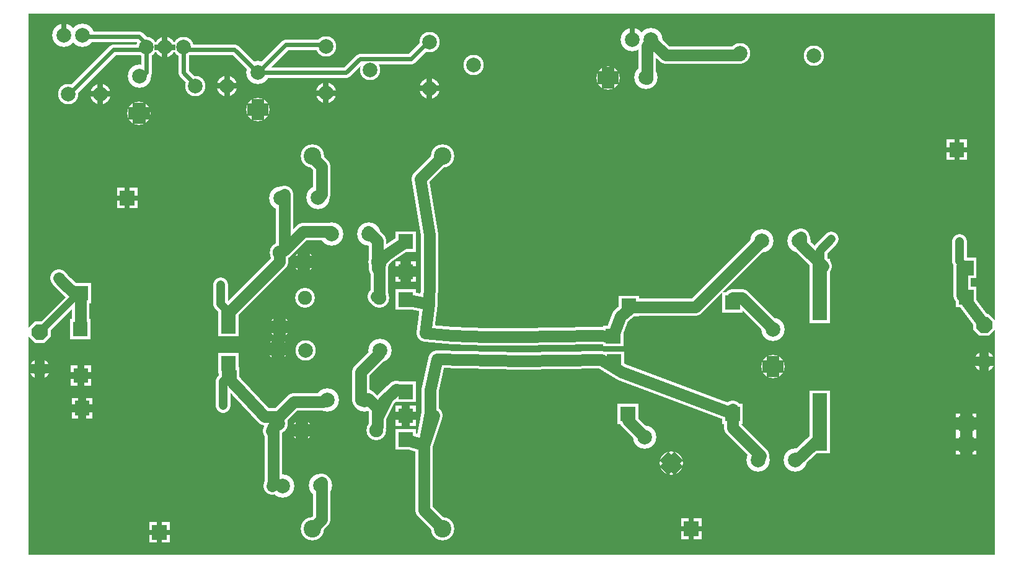
<source format=gbr>
%FSLAX34Y34*%
%MOMM*%
%LNCOPPER_BOTTOM*%
G71*
G01*
%ADD10C,2.800*%
%ADD11C,3.200*%
%ADD12C,2.400*%
%ADD13C,3.200*%
%ADD14C,2.800*%
%ADD15C,1.400*%
%ADD16C,1.800*%
%ADD17C,2.000*%
%ADD18C,2.700*%
%ADD19C,1.800*%
%ADD20C,1.447*%
%ADD21C,1.153*%
%ADD22C,0.667*%
%ADD23C,0.813*%
%ADD24C,0.767*%
%ADD25C,1.713*%
%ADD26C,1.093*%
%ADD27C,0.973*%
%ADD28C,1.280*%
%ADD29C,2.000*%
%ADD30C,1.600*%
%ADD31C,2.400*%
%ADD32C,0.144*%
%ADD33C,2.000*%
%ADD34C,0.600*%
%ADD35C,4.300*%
%ADD36C,1.000*%
%ADD37C,1.200*%
%ADD38C,1.900*%
%ADD39C,1.000*%
%LPD*%
G36*
X-599281Y365919D02*
X720719Y365919D01*
X720719Y-374081D01*
X-599281Y-374081D01*
X-599281Y365919D01*
G37*
%LPC*%
X-192662Y320670D02*
G54D10*
D03*
X-192662Y257170D02*
G54D10*
D03*
X-132337Y288920D02*
G54D10*
D03*
G36*
X-97650Y26700D02*
X-69650Y26700D01*
X-69650Y-1300D01*
X-97650Y-1300D01*
X-97650Y26700D01*
G37*
G36*
X-97650Y-11400D02*
X-69650Y-11400D01*
X-69650Y-39400D01*
X-97650Y-39400D01*
X-97650Y-11400D01*
G37*
G36*
X-97650Y67975D02*
X-69650Y67975D01*
X-69650Y39975D01*
X-97650Y39975D01*
X-97650Y67975D01*
G37*
G36*
X-97650Y-170150D02*
X-69650Y-170150D01*
X-69650Y-198150D01*
X-97650Y-198150D01*
X-97650Y-170150D01*
G37*
G36*
X-97650Y-202693D02*
X-69650Y-202693D01*
X-69650Y-230693D01*
X-97650Y-230693D01*
X-97650Y-202693D01*
G37*
G36*
X-97650Y-137606D02*
X-69650Y-137606D01*
X-69650Y-165606D01*
X-97650Y-165606D01*
X-97650Y-137606D01*
G37*
X-550735Y335664D02*
G54D11*
D03*
X-525235Y335664D02*
G54D11*
D03*
X-192662Y257170D02*
G54D10*
D03*
G54D12*
X226182Y-34106D02*
X210038Y-48294D01*
X199719Y-75406D01*
X173525Y-74487D01*
X71926Y-76075D01*
X25889Y-76075D01*
X-20150Y-74487D01*
X-56687Y-71350D01*
X-51900Y-31450D01*
X-83650Y-25400D01*
G54D12*
X362706Y-181744D02*
X211626Y-124494D01*
X183350Y-107475D01*
X73513Y-109537D01*
X-41200Y-107237D01*
X-50200Y-148850D01*
X-50200Y-180850D01*
X-59044Y-224630D01*
X-45550Y-184150D01*
X-438112Y319845D02*
G54D10*
D03*
X-412712Y319845D02*
G54D10*
D03*
X-387312Y319845D02*
G54D10*
D03*
X-447725Y280364D02*
G54D11*
D03*
X-447837Y229383D02*
G54D11*
D03*
X-412712Y319845D02*
G54D10*
D03*
X-447837Y229383D02*
G54D10*
D03*
X-447837Y229383D02*
G54D10*
D03*
G36*
X207182Y-20106D02*
X235182Y-20106D01*
X235182Y-48106D01*
X207182Y-48106D01*
X207182Y-20106D01*
G37*
G36*
X205832Y-167744D02*
X233832Y-167744D01*
X233832Y-195744D01*
X205832Y-195744D01*
X205832Y-167744D01*
G37*
G36*
X348706Y-15344D02*
X376706Y-15344D01*
X376706Y-43344D01*
X348706Y-43344D01*
X348706Y-15344D01*
G37*
X-133855Y64545D02*
G54D11*
D03*
X-184835Y64433D02*
G54D11*
D03*
X-140204Y-162467D02*
G54D11*
D03*
X-191185Y-162580D02*
G54D11*
D03*
X-203704Y113758D02*
G54D11*
D03*
X-254685Y113645D02*
G54D11*
D03*
X-211442Y170781D02*
G54D13*
D03*
X-33642Y170781D02*
G54D13*
D03*
X-200529Y-279942D02*
G54D11*
D03*
X-251510Y-280055D02*
G54D11*
D03*
X-211444Y-338930D02*
G54D13*
D03*
X-33644Y-338930D02*
G54D13*
D03*
X453521Y55020D02*
G54D11*
D03*
X402540Y54908D02*
G54D11*
D03*
G36*
X467982Y30194D02*
X495982Y30194D01*
X495982Y2194D01*
X467982Y2194D01*
X467982Y30194D01*
G37*
G36*
X668006Y31782D02*
X696006Y31782D01*
X696006Y3782D01*
X668006Y3782D01*
X668006Y31782D01*
G37*
X682006Y-223518D02*
G54D14*
D03*
X242894Y-213328D02*
G54D11*
D03*
X279022Y-249297D02*
G54D11*
D03*
X279022Y-249297D02*
G54D10*
D03*
G54D12*
X-133854Y64546D02*
X-135244Y67470D01*
X-122544Y54770D01*
X-122544Y16670D01*
X-118844Y22744D01*
G54D12*
X-253820Y40818D02*
X-249544Y42070D01*
X-224144Y67470D01*
X-186044Y67470D01*
X-184836Y64434D01*
G54D12*
X-254684Y113646D02*
X-249544Y118270D01*
X-249544Y42070D01*
X-253820Y40818D01*
G54D12*
X-211442Y170782D02*
X-211444Y169070D01*
X-198744Y156370D01*
X-198744Y118270D01*
X-203704Y113758D01*
G54D12*
X-266510Y-280054D02*
X-264544Y-275430D01*
X-264544Y-199230D01*
X-267282Y-205294D01*
G54D12*
X-140204Y-162468D02*
X-135244Y-161130D01*
X-122544Y-173830D01*
X-122544Y-199230D01*
X-123606Y-204268D01*
G54D12*
X-123606Y-204268D02*
X-122544Y-199230D01*
X-122544Y-186530D01*
X-109844Y-161130D01*
X-114300Y-165100D01*
X-97144Y-148430D01*
X-83650Y-151606D01*
X-83650Y-152400D01*
G54D12*
X-32056Y-338806D02*
X-33644Y-338930D01*
X-59044Y-313530D01*
X-59044Y-224630D01*
X-83650Y-216694D01*
G54D12*
X-209856Y-338806D02*
X-211444Y-338930D01*
X-198744Y-326230D01*
X-198744Y-275430D01*
X-200530Y-279942D01*
G54D12*
X-118844Y29888D02*
X-122544Y23814D01*
X-109844Y36514D01*
X-83650Y53975D01*
G36*
X348706Y-167744D02*
X376706Y-167744D01*
X376706Y-195744D01*
X348706Y-195744D01*
X348706Y-167744D01*
G37*
X448758Y-245017D02*
G54D11*
D03*
X397778Y-245130D02*
G54D11*
D03*
X418109Y-66040D02*
G54D11*
D03*
X418221Y-117020D02*
G54D11*
D03*
X418221Y-117020D02*
G54D10*
D03*
X418221Y-117020D02*
G54D10*
D03*
G54D12*
X402540Y54908D02*
X401332Y53182D01*
X312432Y-35718D01*
X223532Y-35718D01*
X226182Y-34106D01*
G54D12*
X418108Y-66040D02*
X414032Y-61118D01*
X375932Y-23018D01*
X363232Y-23018D01*
X362706Y-29344D01*
G36*
X467982Y-207930D02*
X495982Y-207930D01*
X495982Y-235930D01*
X467982Y-235930D01*
X467982Y-207930D01*
G37*
G36*
X696006Y-237518D02*
X668006Y-237518D01*
X668006Y-209518D01*
X696006Y-209518D01*
X696006Y-237518D01*
G37*
G54D12*
X397778Y-245130D02*
X401332Y-238918D01*
X363232Y-200818D01*
X363232Y-175418D01*
X362706Y-181744D01*
X-500774Y255798D02*
G54D10*
D03*
X-544605Y255798D02*
G54D10*
D03*
X-500774Y255798D02*
G54D10*
D03*
X-327737Y266910D02*
G54D10*
D03*
X-371568Y266910D02*
G54D10*
D03*
X-327737Y266910D02*
G54D10*
D03*
X-285800Y285126D02*
G54D11*
D03*
X-285912Y234145D02*
G54D11*
D03*
X-285912Y234145D02*
G54D10*
D03*
X-285912Y234145D02*
G54D10*
D03*
X-51374Y327020D02*
G54D10*
D03*
X-51374Y263520D02*
G54D10*
D03*
X8951Y295270D02*
G54D10*
D03*
X-51374Y263520D02*
G54D10*
D03*
X-258179Y-194527D02*
G54D10*
D03*
X-118844Y-94730D02*
G54D11*
D03*
G54D15*
X-544605Y255798D02*
X-546406Y253206D01*
X-482906Y316706D01*
X-438456Y316706D01*
X-438112Y319846D01*
G54D15*
X-447725Y280364D02*
X-444806Y278606D01*
X-438456Y284956D01*
X-438456Y316706D01*
X-438112Y319846D01*
G54D15*
X-371568Y266910D02*
X-368606Y265906D01*
X-387656Y284956D01*
X-387656Y316706D01*
X-387312Y319846D01*
G54D15*
X-285800Y285126D02*
X-286056Y284956D01*
X-317806Y316706D01*
X-387656Y316706D01*
X-387312Y319846D01*
G54D15*
X-285800Y285126D02*
X-286056Y284956D01*
X-247956Y323056D01*
X-190806Y323056D01*
X-192662Y320670D01*
G54D15*
X-51374Y327020D02*
X-51106Y329406D01*
X-76506Y304006D01*
X-146356Y304006D01*
X-165406Y284956D01*
X-286056Y284956D01*
X-285800Y285126D01*
G54D12*
X-123606Y-21706D02*
X-119368Y-23018D01*
X-119368Y27782D01*
X-118844Y22744D01*
G54D12*
X-118844Y-94730D02*
X-119368Y-99218D01*
X-144768Y-124618D01*
X-144768Y-162718D01*
X-140204Y-162468D01*
X243971Y278064D02*
G54D11*
D03*
X192990Y277952D02*
G54D11*
D03*
X192990Y277952D02*
G54D10*
D03*
X473684Y308422D02*
G54D10*
D03*
X372756Y311150D02*
G54D10*
D03*
G54D12*
X250952Y330108D02*
X252106Y327818D01*
X245756Y321468D01*
X245756Y277018D01*
X243970Y278064D01*
G54D12*
X250952Y330108D02*
X252106Y327818D01*
X271156Y308768D01*
X372756Y308768D01*
X372756Y311150D01*
G36*
X-541356Y-2669D02*
X-513356Y-2669D01*
X-513356Y-30669D01*
X-541356Y-30669D01*
X-541356Y-2669D01*
G37*
G36*
X-539768Y-159831D02*
X-511768Y-159831D01*
X-511768Y-187831D01*
X-539768Y-187831D01*
X-539768Y-159831D01*
G37*
G36*
X-339744Y-28863D02*
X-311744Y-28863D01*
X-311744Y-56863D01*
X-339744Y-56863D01*
X-339744Y-28863D01*
G37*
G36*
X-338831Y-117763D02*
X-310831Y-117763D01*
X-310831Y-145763D01*
X-338831Y-145763D01*
X-338831Y-117763D01*
G37*
G54D12*
X-325744Y-42862D02*
X-325744Y-43656D01*
X-255894Y26194D01*
X-255894Y38894D01*
X-253820Y40818D01*
G36*
X-542150Y-51882D02*
X-514150Y-51882D01*
X-514150Y-79882D01*
X-542150Y-79882D01*
X-542150Y-51882D01*
G37*
G36*
X-541356Y-115381D02*
X-513356Y-115381D01*
X-513356Y-143381D01*
X-541356Y-143381D01*
X-541356Y-115381D01*
G37*
G54D12*
X-528150Y-65882D02*
X-528150Y-17463D01*
X-527356Y-16669D01*
G36*
X668006Y-7906D02*
X696006Y-7906D01*
X696006Y-35906D01*
X668006Y-35906D01*
X668006Y-7906D01*
G37*
G36*
X696006Y-208943D02*
X668006Y-208943D01*
X668006Y-180943D01*
X696006Y-180943D01*
X696006Y-208943D01*
G37*
G36*
X-434023Y-329813D02*
X-406023Y-329813D01*
X-406023Y-357813D01*
X-434023Y-357813D01*
X-434023Y-329813D01*
G37*
G36*
X655064Y193600D02*
X683064Y193600D01*
X683064Y165600D01*
X655064Y165600D01*
X655064Y193600D01*
G37*
G36*
X292414Y-324813D02*
X320414Y-324813D01*
X320414Y-352813D01*
X292414Y-352813D01*
X292414Y-324813D01*
G37*
G36*
X-478036Y127500D02*
X-450036Y127500D01*
X-450036Y99500D01*
X-478036Y99500D01*
X-478036Y127500D01*
G37*
X225452Y330107D02*
G54D11*
D03*
X250952Y330108D02*
G54D11*
D03*
G54D15*
X-438112Y319845D02*
X-435281Y321469D01*
X-447981Y334169D01*
X-524181Y334169D01*
X-525235Y335664D01*
X497856Y57469D02*
G54D16*
D03*
X-336856Y-5556D02*
G54D16*
D03*
X-332887Y-170656D02*
G54D16*
D03*
X672482Y54294D02*
G54D16*
D03*
G54D17*
X-336856Y-5556D02*
X-336856Y-31750D01*
X-325744Y-42863D01*
G54D17*
X-332887Y-170656D02*
X-332887Y-137319D01*
X-327331Y-131763D01*
G54D17*
X481982Y16194D02*
X481982Y41594D01*
X497856Y57469D01*
G54D17*
X672482Y54294D02*
X672482Y27307D01*
X682006Y17782D01*
G54D12*
X219832Y-181744D02*
X219832Y-190266D01*
X242894Y-213328D01*
X-258179Y-92927D02*
G54D18*
D03*
X-255894Y-62707D02*
G54D10*
D03*
X-255894Y-62707D02*
G54D18*
D03*
X-255894Y38894D02*
G54D18*
D03*
X-258179Y-92927D02*
G54D10*
D03*
X-220444Y-94730D02*
G54D10*
D03*
X-118844Y-94730D02*
G54D18*
D03*
X-119368Y-23018D02*
G54D18*
D03*
X-220968Y-23018D02*
G54D18*
D03*
X-225206Y-204268D02*
G54D10*
D03*
X-123606Y-204268D02*
G54D18*
D03*
X-225206Y-204268D02*
G54D18*
D03*
X-222793Y26194D02*
G54D10*
D03*
X-121193Y26194D02*
G54D18*
D03*
X-222793Y26194D02*
G54D18*
D03*
G54D12*
X-258179Y-194527D02*
X-256613Y-185229D01*
X-236613Y-165229D01*
X-196613Y-165229D01*
X-191185Y-162580D01*
G54D12*
X-327331Y-131763D02*
X-276613Y-185229D01*
X-256613Y-185229D01*
X-258179Y-194527D01*
G36*
X-598650Y-63775D02*
X-589875Y-55000D01*
X-577425Y-55000D01*
X-568650Y-63775D01*
X-568650Y-76225D01*
X-577425Y-85000D01*
X-589875Y-85000D01*
X-598650Y-76225D01*
X-598650Y-63775D01*
G37*
X-583650Y-120000D02*
G54D10*
D03*
G36*
X691350Y-53775D02*
X700125Y-45000D01*
X712575Y-45000D01*
X721350Y-53775D01*
X721350Y-66225D01*
X712575Y-75000D01*
X700125Y-75000D01*
X691350Y-66225D01*
X691350Y-53775D01*
G37*
X706350Y-110000D02*
G54D10*
D03*
G54D19*
X-583650Y-70000D02*
X-533650Y-20000D01*
X-523650Y-20000D01*
X-527356Y-16669D01*
G54D12*
X481981Y16195D02*
X486350Y20000D01*
X456350Y50000D01*
X456350Y60000D01*
X453521Y55020D01*
G54D12*
X481981Y-221931D02*
X476350Y-220000D01*
X456350Y-240000D01*
X448758Y-245017D01*
G54D12*
X682007Y-21905D02*
X676350Y-20000D01*
X676350Y20000D01*
X682007Y17782D01*
G54D12*
X706350Y-60000D02*
X676350Y-20000D01*
X682007Y-21905D01*
X-557518Y4294D02*
G54D16*
D03*
G54D12*
X-557519Y4294D02*
X-553650Y0D01*
X-533650Y-20000D01*
X-527356Y-16669D01*
G54D12*
X-33643Y170781D02*
X-38100Y165100D01*
X-63500Y139700D01*
X-50800Y63500D01*
X-50800Y0D01*
X-51900Y-31450D01*
X-83650Y-25400D01*
G36*
X185719Y-61406D02*
X213719Y-61406D01*
X213719Y-89406D01*
X185719Y-89406D01*
X185719Y-61406D01*
G37*
G36*
X186781Y-96306D02*
X214781Y-96306D01*
X214781Y-124306D01*
X186781Y-124306D01*
X186781Y-96306D01*
G37*
G36*
X-339744Y-47913D02*
X-311744Y-47913D01*
X-311744Y-75913D01*
X-339744Y-75913D01*
X-339744Y-47913D01*
G37*
G36*
X-339744Y-98713D02*
X-311744Y-98713D01*
X-311744Y-126713D01*
X-339744Y-126713D01*
X-339744Y-98713D01*
G37*
G36*
X467982Y10195D02*
X495982Y10195D01*
X495982Y-17805D01*
X467982Y-17805D01*
X467982Y10195D01*
G37*
G36*
X467982Y-9805D02*
X495982Y-9805D01*
X495982Y-37805D01*
X467982Y-37805D01*
X467982Y-9805D01*
G37*
G36*
X467982Y-188806D02*
X495982Y-188806D01*
X495982Y-216806D01*
X467982Y-216806D01*
X467982Y-188806D01*
G37*
G36*
X467982Y-169806D02*
X495982Y-169806D01*
X495982Y-197806D01*
X467982Y-197806D01*
X467982Y-169806D01*
G37*
G36*
X467982Y-149806D02*
X495982Y-149806D01*
X495982Y-177806D01*
X467982Y-177806D01*
X467982Y-149806D01*
G37*
G36*
X467982Y-29805D02*
X495982Y-29805D01*
X495982Y-57805D01*
X467982Y-57805D01*
X467982Y-29805D01*
G37*
%LPD*%
G54D20*
G36*
X-90883Y12700D02*
X-90883Y27200D01*
X-76417Y27200D01*
X-76417Y12700D01*
X-90883Y12700D01*
G37*
G36*
X-83650Y19933D02*
X-69150Y19933D01*
X-69150Y5467D01*
X-83650Y5467D01*
X-83650Y19933D01*
G37*
G36*
X-76417Y12700D02*
X-76417Y-1800D01*
X-90883Y-1800D01*
X-90883Y12700D01*
X-76417Y12700D01*
G37*
G36*
X-83650Y5467D02*
X-98150Y5467D01*
X-98150Y19933D01*
X-83650Y19933D01*
X-83650Y5467D01*
G37*
G54D21*
G36*
X-89417Y-184150D02*
X-89417Y-169650D01*
X-77883Y-169650D01*
X-77883Y-184150D01*
X-89417Y-184150D01*
G37*
G36*
X-83650Y-178383D02*
X-69150Y-178383D01*
X-69150Y-189917D01*
X-83650Y-189917D01*
X-83650Y-178383D01*
G37*
G36*
X-77883Y-184150D02*
X-77883Y-198650D01*
X-89417Y-198650D01*
X-89417Y-184150D01*
X-77883Y-184150D01*
G37*
G36*
X-83650Y-189917D02*
X-98150Y-189917D01*
X-98150Y-178383D01*
X-83650Y-178383D01*
X-83650Y-189917D01*
G37*
G54D22*
G36*
X-554068Y335664D02*
X-554068Y352164D01*
X-547401Y352164D01*
X-547401Y335664D01*
X-554068Y335664D01*
G37*
G54D23*
G54D24*
G36*
X-188828Y257170D02*
X-188828Y242670D01*
X-196495Y242670D01*
X-196495Y257170D01*
X-188828Y257170D01*
G37*
G36*
X-192662Y253337D02*
X-207162Y253337D01*
X-207162Y261004D01*
X-192662Y261004D01*
X-192662Y253337D01*
G37*
G36*
X-196495Y257170D02*
X-196495Y271670D01*
X-188828Y271670D01*
X-188828Y257170D01*
X-196495Y257170D01*
G37*
G36*
X-192662Y261004D02*
X-178162Y261004D01*
X-178162Y253337D01*
X-192662Y253337D01*
X-192662Y261004D01*
G37*
G54D24*
G36*
X-408878Y319845D02*
X-408878Y305345D01*
X-416545Y305345D01*
X-416545Y319845D01*
X-408878Y319845D01*
G37*
G36*
X-412712Y316012D02*
X-427212Y316012D01*
X-427212Y323679D01*
X-412712Y323679D01*
X-412712Y316012D01*
G37*
G36*
X-416545Y319845D02*
X-416545Y334345D01*
X-408878Y334345D01*
X-408878Y319845D01*
X-416545Y319845D01*
G37*
G36*
X-412712Y323679D02*
X-398212Y323679D01*
X-398212Y316012D01*
X-412712Y316012D01*
X-412712Y323679D01*
G37*
G54D24*
G36*
X-444004Y229383D02*
X-444004Y214883D01*
X-451671Y214883D01*
X-451671Y229383D01*
X-444004Y229383D01*
G37*
G36*
X-447837Y225550D02*
X-462337Y225550D01*
X-462337Y233216D01*
X-447837Y233216D01*
X-447837Y225550D01*
G37*
G36*
X-451671Y229383D02*
X-451671Y243883D01*
X-444004Y243883D01*
X-444004Y229383D01*
X-451671Y229383D01*
G37*
G36*
X-447837Y233216D02*
X-433337Y233216D01*
X-433337Y225550D01*
X-447837Y225550D01*
X-447837Y233216D01*
G37*
G54D25*
G36*
X-439271Y229383D02*
X-439271Y214883D01*
X-456404Y214883D01*
X-456404Y229383D01*
X-439271Y229383D01*
G37*
G36*
X-447837Y220816D02*
X-462337Y220816D01*
X-462337Y237950D01*
X-447837Y237950D01*
X-447837Y220816D01*
G37*
G36*
X-456404Y229383D02*
X-456404Y243883D01*
X-439271Y243883D01*
X-439271Y229383D01*
X-456404Y229383D01*
G37*
G36*
X-447837Y237950D02*
X-433337Y237950D01*
X-433337Y220816D01*
X-447837Y220816D01*
X-447837Y237950D01*
G37*
G54D25*
G36*
X285080Y-243240D02*
X295333Y-253493D01*
X283218Y-265608D01*
X272965Y-255355D01*
X285080Y-243240D01*
G37*
G36*
X285080Y-255355D02*
X274827Y-265608D01*
X262712Y-253493D01*
X272965Y-243240D01*
X285080Y-255355D01*
G37*
G36*
X272965Y-255355D02*
X262712Y-245102D01*
X274827Y-232987D01*
X285080Y-243240D01*
X272965Y-255355D01*
G37*
G36*
X272965Y-243240D02*
X283218Y-232987D01*
X295333Y-245102D01*
X285080Y-255355D01*
X272965Y-243240D01*
G37*
G54D25*
G36*
X426788Y-117020D02*
X426788Y-131520D01*
X409655Y-131520D01*
X409655Y-117020D01*
X426788Y-117020D01*
G37*
G36*
X418221Y-125587D02*
X403721Y-125587D01*
X403721Y-108454D01*
X418221Y-108454D01*
X418221Y-125587D01*
G37*
G36*
X409655Y-117020D02*
X409655Y-102520D01*
X426788Y-102520D01*
X426788Y-117020D01*
X409655Y-117020D01*
G37*
G36*
X418221Y-108454D02*
X432721Y-108454D01*
X432721Y-125587D01*
X418221Y-125587D01*
X418221Y-108454D01*
G37*
G54D25*
G36*
X426788Y-117020D02*
X426788Y-131520D01*
X409655Y-131520D01*
X409655Y-117020D01*
X426788Y-117020D01*
G37*
G36*
X418221Y-125587D02*
X403721Y-125587D01*
X403721Y-108454D01*
X418221Y-108454D01*
X418221Y-125587D01*
G37*
G36*
X409655Y-117020D02*
X409655Y-102520D01*
X426788Y-102520D01*
X426788Y-117020D01*
X409655Y-117020D01*
G37*
G36*
X418221Y-108454D02*
X432721Y-108454D01*
X432721Y-125587D01*
X418221Y-125587D01*
X418221Y-108454D01*
G37*
G54D25*
G36*
X690573Y-223518D02*
X690573Y-238018D01*
X673440Y-238018D01*
X673440Y-223518D01*
X690573Y-223518D01*
G37*
G36*
X682006Y-232085D02*
X667506Y-232085D01*
X667506Y-214951D01*
X682006Y-214951D01*
X682006Y-232085D01*
G37*
G36*
X673440Y-223518D02*
X673440Y-209018D01*
X690573Y-209018D01*
X690573Y-223518D01*
X673440Y-223518D01*
G37*
G36*
X682006Y-214951D02*
X696506Y-214951D01*
X696506Y-232085D01*
X682006Y-232085D01*
X682006Y-214951D01*
G37*
G54D24*
G36*
X-504607Y255798D02*
X-504607Y270298D01*
X-496941Y270298D01*
X-496941Y255798D01*
X-504607Y255798D01*
G37*
G36*
X-500774Y259631D02*
X-486274Y259631D01*
X-486274Y251965D01*
X-500774Y251965D01*
X-500774Y259631D01*
G37*
G36*
X-496941Y255798D02*
X-496941Y241298D01*
X-504607Y241298D01*
X-504607Y255798D01*
X-496941Y255798D01*
G37*
G36*
X-500774Y251965D02*
X-515274Y251965D01*
X-515274Y259631D01*
X-500774Y259631D01*
X-500774Y251965D01*
G37*
G54D24*
G36*
X-331570Y266910D02*
X-331570Y281410D01*
X-323903Y281410D01*
X-323903Y266910D01*
X-331570Y266910D01*
G37*
G36*
X-327737Y270744D02*
X-313237Y270744D01*
X-313237Y263077D01*
X-327737Y263077D01*
X-327737Y270744D01*
G37*
G36*
X-323903Y266910D02*
X-323903Y252410D01*
X-331570Y252410D01*
X-331570Y266910D01*
X-323903Y266910D01*
G37*
G36*
X-327737Y263077D02*
X-342237Y263077D01*
X-342237Y270744D01*
X-327737Y270744D01*
X-327737Y263077D01*
G37*
G54D24*
G36*
X-282079Y234145D02*
X-282079Y219645D01*
X-289746Y219645D01*
X-289746Y234145D01*
X-282079Y234145D01*
G37*
G36*
X-285912Y230312D02*
X-300412Y230312D01*
X-300412Y237979D01*
X-285912Y237979D01*
X-285912Y230312D01*
G37*
G36*
X-289746Y234145D02*
X-289746Y248645D01*
X-282079Y248645D01*
X-282079Y234145D01*
X-289746Y234145D01*
G37*
G36*
X-285912Y237979D02*
X-271412Y237979D01*
X-271412Y230312D01*
X-285912Y230312D01*
X-285912Y237979D01*
G37*
G54D25*
G36*
X-277346Y234145D02*
X-277346Y219645D01*
X-294479Y219645D01*
X-294479Y234145D01*
X-277346Y234145D01*
G37*
G36*
X-285912Y225579D02*
X-300412Y225579D01*
X-300412Y242712D01*
X-285912Y242712D01*
X-285912Y225579D01*
G37*
G36*
X-294479Y234145D02*
X-294479Y248645D01*
X-277346Y248645D01*
X-277346Y234145D01*
X-294479Y234145D01*
G37*
G36*
X-285912Y242712D02*
X-271412Y242712D01*
X-271412Y225579D01*
X-285912Y225579D01*
X-285912Y242712D01*
G37*
G54D24*
G36*
X-47541Y263520D02*
X-47541Y249020D01*
X-55208Y249020D01*
X-55208Y263520D01*
X-47541Y263520D01*
G37*
G36*
X-51374Y259687D02*
X-65874Y259687D01*
X-65874Y267354D01*
X-51374Y267354D01*
X-51374Y259687D01*
G37*
G36*
X-55208Y263520D02*
X-55208Y278020D01*
X-47541Y278020D01*
X-47541Y263520D01*
X-55208Y263520D01*
G37*
G36*
X-51374Y267354D02*
X-36874Y267354D01*
X-36874Y259687D01*
X-51374Y259687D01*
X-51374Y267354D01*
G37*
G54D25*
G36*
X201557Y277952D02*
X201557Y263452D01*
X184424Y263452D01*
X184424Y277952D01*
X201557Y277952D01*
G37*
G36*
X192990Y269385D02*
X178490Y269385D01*
X178490Y286519D01*
X192990Y286519D01*
X192990Y269385D01*
G37*
G36*
X184424Y277952D02*
X184424Y292452D01*
X201557Y292452D01*
X201557Y277952D01*
X184424Y277952D01*
G37*
G36*
X192990Y286519D02*
X207490Y286519D01*
X207490Y269385D01*
X192990Y269385D01*
X192990Y286519D01*
G37*
G54D26*
G36*
X-531235Y-173831D02*
X-531235Y-159331D01*
X-520301Y-159331D01*
X-520301Y-173831D01*
X-531235Y-173831D01*
G37*
G36*
X-525768Y-168364D02*
X-511268Y-168364D01*
X-511268Y-179298D01*
X-525768Y-179298D01*
X-525768Y-168364D01*
G37*
G36*
X-520301Y-173831D02*
X-520301Y-188331D01*
X-531235Y-188331D01*
X-531235Y-173831D01*
X-520301Y-173831D01*
G37*
G36*
X-525768Y-179298D02*
X-540268Y-179298D01*
X-540268Y-168364D01*
X-525768Y-168364D01*
X-525768Y-179298D01*
G37*
G54D27*
G36*
X-532223Y-129381D02*
X-532223Y-114881D01*
X-522489Y-114881D01*
X-522489Y-129381D01*
X-532223Y-129381D01*
G37*
G36*
X-527356Y-124514D02*
X-512856Y-124514D01*
X-512856Y-134248D01*
X-527356Y-134248D01*
X-527356Y-124514D01*
G37*
G36*
X-522489Y-129381D02*
X-522489Y-143881D01*
X-532223Y-143881D01*
X-532223Y-129381D01*
X-522489Y-129381D01*
G37*
G36*
X-527356Y-134248D02*
X-541856Y-134248D01*
X-541856Y-124514D01*
X-527356Y-124514D01*
X-527356Y-134248D01*
G37*
G54D25*
G36*
X690573Y-194943D02*
X690573Y-209443D01*
X673440Y-209443D01*
X673440Y-194943D01*
X690573Y-194943D01*
G37*
G36*
X682006Y-203510D02*
X667506Y-203510D01*
X667506Y-186376D01*
X682006Y-186376D01*
X682006Y-203510D01*
G37*
G36*
X673440Y-194943D02*
X673440Y-180443D01*
X690573Y-180443D01*
X690573Y-194943D01*
X673440Y-194943D01*
G37*
G36*
X682006Y-186376D02*
X696506Y-186376D01*
X696506Y-203510D01*
X682006Y-203510D01*
X682006Y-186376D01*
G37*
G54D22*
G36*
X-423357Y-343813D02*
X-423357Y-329313D01*
X-416690Y-329313D01*
X-416690Y-343813D01*
X-423357Y-343813D01*
G37*
G36*
X-420023Y-340479D02*
X-405523Y-340479D01*
X-405523Y-347146D01*
X-420023Y-347146D01*
X-420023Y-340479D01*
G37*
G36*
X-416690Y-343813D02*
X-416690Y-358313D01*
X-423357Y-358313D01*
X-423357Y-343813D01*
X-416690Y-343813D01*
G37*
G36*
X-420023Y-347146D02*
X-434523Y-347146D01*
X-434523Y-340479D01*
X-420023Y-340479D01*
X-420023Y-347146D01*
G37*
G54D22*
G36*
X665731Y179600D02*
X665731Y194100D01*
X672398Y194100D01*
X672398Y179600D01*
X665731Y179600D01*
G37*
G36*
X669064Y182933D02*
X683564Y182933D01*
X683564Y176266D01*
X669064Y176266D01*
X669064Y182933D01*
G37*
G36*
X672398Y179600D02*
X672398Y165100D01*
X665731Y165100D01*
X665731Y179600D01*
X672398Y179600D01*
G37*
G36*
X669064Y176266D02*
X654564Y176266D01*
X654564Y182933D01*
X669064Y182933D01*
X669064Y176266D01*
G37*
G54D22*
G36*
X303081Y-338813D02*
X303081Y-324313D01*
X309748Y-324313D01*
X309748Y-338813D01*
X303081Y-338813D01*
G37*
G36*
X306414Y-335479D02*
X320914Y-335479D01*
X320914Y-342146D01*
X306414Y-342146D01*
X306414Y-335479D01*
G37*
G36*
X309748Y-338813D02*
X309748Y-353313D01*
X303081Y-353313D01*
X303081Y-338813D01*
X309748Y-338813D01*
G37*
G36*
X306414Y-342146D02*
X291914Y-342146D01*
X291914Y-335479D01*
X306414Y-335479D01*
X306414Y-342146D01*
G37*
G54D22*
G36*
X-467369Y113500D02*
X-467369Y128000D01*
X-460702Y128000D01*
X-460702Y113500D01*
X-467369Y113500D01*
G37*
G36*
X-464036Y116833D02*
X-449536Y116833D01*
X-449536Y110166D01*
X-464036Y110166D01*
X-464036Y116833D01*
G37*
G36*
X-460702Y113500D02*
X-460702Y99000D01*
X-467369Y99000D01*
X-467369Y113500D01*
X-460702Y113500D01*
G37*
G36*
X-464036Y110166D02*
X-478536Y110166D01*
X-478536Y116833D01*
X-464036Y116833D01*
X-464036Y110166D01*
G37*
G54D22*
G36*
X222119Y330107D02*
X222119Y346607D01*
X228786Y346607D01*
X228786Y330107D01*
X222119Y330107D01*
G37*
G54D23*
G54D25*
G36*
X-247327Y-62707D02*
X-247327Y-77207D01*
X-264460Y-77207D01*
X-264460Y-62707D01*
X-247327Y-62707D01*
G37*
G36*
X-255894Y-71273D02*
X-270394Y-71273D01*
X-270394Y-54140D01*
X-255894Y-54140D01*
X-255894Y-71273D01*
G37*
G36*
X-264460Y-62707D02*
X-264460Y-48207D01*
X-247327Y-48207D01*
X-247327Y-62707D01*
X-264460Y-62707D01*
G37*
G36*
X-255894Y-54140D02*
X-241394Y-54140D01*
X-241394Y-71273D01*
X-255894Y-71273D01*
X-255894Y-54140D01*
G37*
G54D25*
G36*
X-249612Y-92927D02*
X-249612Y-107427D01*
X-266746Y-107427D01*
X-266746Y-92927D01*
X-249612Y-92927D01*
G37*
G36*
X-258179Y-101494D02*
X-272679Y-101494D01*
X-272679Y-84361D01*
X-258179Y-84361D01*
X-258179Y-101494D01*
G37*
G36*
X-266746Y-92927D02*
X-266746Y-78427D01*
X-249612Y-78427D01*
X-249612Y-92927D01*
X-266746Y-92927D01*
G37*
G36*
X-258179Y-84361D02*
X-243679Y-84361D01*
X-243679Y-101494D01*
X-258179Y-101494D01*
X-258179Y-84361D01*
G37*
G54D25*
G36*
X-225206Y-195701D02*
X-210706Y-195701D01*
X-210706Y-212834D01*
X-225206Y-212834D01*
X-225206Y-195701D01*
G37*
G36*
X-216640Y-204268D02*
X-216640Y-218768D01*
X-233773Y-218768D01*
X-233773Y-204268D01*
X-216640Y-204268D01*
G37*
G36*
X-225206Y-212834D02*
X-239706Y-212834D01*
X-239706Y-195701D01*
X-225206Y-195701D01*
X-225206Y-212834D01*
G37*
G36*
X-233773Y-204268D02*
X-233773Y-189768D01*
X-216640Y-189768D01*
X-216640Y-204268D01*
X-233773Y-204268D01*
G37*
G54D25*
G36*
X-222793Y34760D02*
X-208293Y34760D01*
X-208293Y17627D01*
X-222793Y17627D01*
X-222793Y34760D01*
G37*
G36*
X-214227Y26194D02*
X-214227Y11694D01*
X-231360Y11694D01*
X-231360Y26194D01*
X-214227Y26194D01*
G37*
G36*
X-222793Y17627D02*
X-237293Y17627D01*
X-237293Y34760D01*
X-222793Y34760D01*
X-222793Y17627D01*
G37*
G36*
X-231360Y26194D02*
X-231360Y40694D01*
X-214227Y40694D01*
X-214227Y26194D01*
X-231360Y26194D01*
G37*
G54D28*
G36*
X-590050Y-120000D02*
X-590050Y-105500D01*
X-577250Y-105500D01*
X-577250Y-120000D01*
X-590050Y-120000D01*
G37*
G36*
X-583650Y-113600D02*
X-569150Y-113600D01*
X-569150Y-126400D01*
X-583650Y-126400D01*
X-583650Y-113600D01*
G37*
G36*
X-577250Y-120000D02*
X-577250Y-134500D01*
X-590050Y-134500D01*
X-590050Y-120000D01*
X-577250Y-120000D01*
G37*
G36*
X-583650Y-126400D02*
X-598150Y-126400D01*
X-598150Y-113600D01*
X-583650Y-113600D01*
X-583650Y-126400D01*
G37*
G54D28*
G36*
X699950Y-110000D02*
X699950Y-95500D01*
X712750Y-95500D01*
X712750Y-110000D01*
X699950Y-110000D01*
G37*
G36*
X706350Y-103600D02*
X720850Y-103600D01*
X720850Y-116400D01*
X706350Y-116400D01*
X706350Y-103600D01*
G37*
G36*
X712750Y-110000D02*
X712750Y-124500D01*
X699950Y-124500D01*
X699950Y-110000D01*
X712750Y-110000D01*
G37*
G36*
X706350Y-116400D02*
X691850Y-116400D01*
X691850Y-103600D01*
X706350Y-103600D01*
X706350Y-116400D01*
G37*
X-192662Y320670D02*
G54D29*
D03*
X-192662Y257170D02*
G54D29*
D03*
X-132337Y288920D02*
G54D29*
D03*
G36*
X-93650Y22700D02*
X-73650Y22700D01*
X-73650Y2700D01*
X-93650Y2700D01*
X-93650Y22700D01*
G37*
G36*
X-93650Y-15400D02*
X-73650Y-15400D01*
X-73650Y-35400D01*
X-93650Y-35400D01*
X-93650Y-15400D01*
G37*
G36*
X-93650Y63975D02*
X-73650Y63975D01*
X-73650Y43975D01*
X-93650Y43975D01*
X-93650Y63975D01*
G37*
G36*
X-93650Y-174150D02*
X-73650Y-174150D01*
X-73650Y-194150D01*
X-93650Y-194150D01*
X-93650Y-174150D01*
G37*
G36*
X-93650Y-206693D02*
X-73650Y-206693D01*
X-73650Y-226693D01*
X-93650Y-226693D01*
X-93650Y-206693D01*
G37*
G36*
X-93650Y-141606D02*
X-73650Y-141606D01*
X-73650Y-161606D01*
X-93650Y-161606D01*
X-93650Y-141606D01*
G37*
X-550735Y335664D02*
G54D29*
D03*
X-525235Y335664D02*
G54D29*
D03*
X-192662Y257170D02*
G54D29*
D03*
G54D30*
X226182Y-34106D02*
X210038Y-48294D01*
X199719Y-75406D01*
X173525Y-74487D01*
X71926Y-76075D01*
X25889Y-76075D01*
X-20150Y-74487D01*
X-56687Y-71350D01*
X-51900Y-31450D01*
X-83650Y-25400D01*
G54D30*
X362706Y-181744D02*
X211626Y-124494D01*
X183350Y-107475D01*
X73513Y-109537D01*
X-41200Y-107237D01*
X-50200Y-148850D01*
X-50200Y-180850D01*
X-59044Y-224630D01*
X-45550Y-184150D01*
X-438112Y319845D02*
G54D29*
D03*
X-412712Y319845D02*
G54D29*
D03*
X-387312Y319845D02*
G54D29*
D03*
X-447725Y280364D02*
G54D29*
D03*
X-447837Y229383D02*
G54D29*
D03*
X-412712Y319845D02*
G54D29*
D03*
X-447837Y229383D02*
G54D29*
D03*
X-447837Y229383D02*
G54D29*
D03*
G36*
X211182Y-24106D02*
X231182Y-24106D01*
X231182Y-44106D01*
X211182Y-44106D01*
X211182Y-24106D01*
G37*
G36*
X209832Y-171744D02*
X229832Y-171744D01*
X229832Y-191744D01*
X209832Y-191744D01*
X209832Y-171744D01*
G37*
G36*
X352706Y-19344D02*
X372706Y-19344D01*
X372706Y-39344D01*
X352706Y-39344D01*
X352706Y-19344D01*
G37*
X-133855Y64545D02*
G54D29*
D03*
X-184835Y64433D02*
G54D29*
D03*
X-140204Y-162467D02*
G54D29*
D03*
X-191185Y-162580D02*
G54D29*
D03*
X-203704Y113758D02*
G54D29*
D03*
X-254685Y113645D02*
G54D29*
D03*
X-211442Y170781D02*
G54D31*
D03*
X-33642Y170781D02*
G54D31*
D03*
G54D32*
X-54806Y249894D02*
X-54806Y249894D01*
G54D32*
X-54806Y230394D02*
X-54806Y230394D01*
X-200529Y-279942D02*
G54D29*
D03*
X-251510Y-280055D02*
G54D29*
D03*
X-211444Y-338930D02*
G54D31*
D03*
X-33644Y-338930D02*
G54D31*
D03*
G54D32*
X86481Y-302680D02*
X86481Y-302680D01*
G54D32*
X86481Y-322180D02*
X86481Y-322180D01*
X453521Y55020D02*
G54D29*
D03*
X402540Y54908D02*
G54D29*
D03*
G36*
X471982Y26194D02*
X491982Y26194D01*
X491982Y6194D01*
X471982Y6194D01*
X471982Y26194D01*
G37*
G36*
X672006Y27782D02*
X692006Y27782D01*
X692006Y7782D01*
X672006Y7782D01*
X672006Y27782D01*
G37*
X682006Y-223518D02*
G54D33*
D03*
X242894Y-213328D02*
G54D29*
D03*
X279022Y-249297D02*
G54D29*
D03*
X279022Y-249297D02*
G54D29*
D03*
G54D30*
X-133854Y64546D02*
X-135244Y67470D01*
X-122544Y54770D01*
X-122544Y16670D01*
X-118844Y22744D01*
G54D30*
X-253820Y40818D02*
X-249544Y42070D01*
X-224144Y67470D01*
X-186044Y67470D01*
X-184836Y64434D01*
G54D30*
X-254684Y113646D02*
X-249544Y118270D01*
X-249544Y42070D01*
X-253820Y40818D01*
G54D30*
X-211442Y170782D02*
X-211444Y169070D01*
X-198744Y156370D01*
X-198744Y118270D01*
X-203704Y113758D01*
G54D30*
X-266510Y-280054D02*
X-264544Y-275430D01*
X-264544Y-199230D01*
X-267282Y-205294D01*
G54D30*
X-140204Y-162468D02*
X-135244Y-161130D01*
X-122544Y-173830D01*
X-122544Y-199230D01*
X-123606Y-204268D01*
G54D30*
X-123606Y-204268D02*
X-122544Y-199230D01*
X-122544Y-186530D01*
X-109844Y-161130D01*
X-114300Y-165100D01*
X-97144Y-148430D01*
X-83650Y-151606D01*
X-83650Y-152400D01*
G54D30*
X-32056Y-338806D02*
X-33644Y-338930D01*
X-59044Y-313530D01*
X-59044Y-224630D01*
X-83650Y-216694D01*
G54D30*
X-209856Y-338806D02*
X-211444Y-338930D01*
X-198744Y-326230D01*
X-198744Y-275430D01*
X-200530Y-279942D01*
G54D30*
X-118844Y29888D02*
X-122544Y23814D01*
X-109844Y36514D01*
X-83650Y53975D01*
G36*
X352706Y-171744D02*
X372706Y-171744D01*
X372706Y-191744D01*
X352706Y-191744D01*
X352706Y-171744D01*
G37*
X448758Y-245017D02*
G54D29*
D03*
X397778Y-245130D02*
G54D29*
D03*
X418109Y-66040D02*
G54D29*
D03*
X418221Y-117020D02*
G54D29*
D03*
X418221Y-117020D02*
G54D29*
D03*
X418221Y-117020D02*
G54D29*
D03*
G54D30*
X402540Y54908D02*
X401332Y53182D01*
X312432Y-35718D01*
X223532Y-35718D01*
X226182Y-34106D01*
G54D30*
X418108Y-66040D02*
X414032Y-61118D01*
X375932Y-23018D01*
X363232Y-23018D01*
X362706Y-29344D01*
G36*
X471982Y-211930D02*
X491982Y-211930D01*
X491982Y-231930D01*
X471982Y-231930D01*
X471982Y-211930D01*
G37*
G36*
X692006Y-233518D02*
X672006Y-233518D01*
X672006Y-213518D01*
X692006Y-213518D01*
X692006Y-233518D01*
G37*
G54D30*
X397778Y-245130D02*
X401332Y-238918D01*
X363232Y-200818D01*
X363232Y-175418D01*
X362706Y-181744D01*
X-500774Y255798D02*
G54D29*
D03*
X-544605Y255798D02*
G54D29*
D03*
X-500774Y255798D02*
G54D29*
D03*
X-327737Y266910D02*
G54D29*
D03*
X-371568Y266910D02*
G54D29*
D03*
X-327737Y266910D02*
G54D29*
D03*
X-285800Y285126D02*
G54D29*
D03*
X-285912Y234145D02*
G54D29*
D03*
X-285912Y234145D02*
G54D29*
D03*
X-285912Y234145D02*
G54D29*
D03*
X-51374Y327020D02*
G54D29*
D03*
X-51374Y263520D02*
G54D29*
D03*
X8951Y295270D02*
G54D29*
D03*
X-51374Y263520D02*
G54D29*
D03*
X-258179Y-194527D02*
G54D29*
D03*
X-118844Y-94730D02*
G54D29*
D03*
G54D34*
X-544605Y255798D02*
X-546406Y253206D01*
X-482906Y316706D01*
X-438456Y316706D01*
X-438112Y319846D01*
G54D34*
X-447725Y280364D02*
X-444806Y278606D01*
X-438456Y284956D01*
X-438456Y316706D01*
X-438112Y319846D01*
G54D34*
X-371568Y266910D02*
X-368606Y265906D01*
X-387656Y284956D01*
X-387656Y316706D01*
X-387312Y319846D01*
G54D34*
X-285800Y285126D02*
X-286056Y284956D01*
X-317806Y316706D01*
X-387656Y316706D01*
X-387312Y319846D01*
G54D34*
X-285800Y285126D02*
X-286056Y284956D01*
X-247956Y323056D01*
X-190806Y323056D01*
X-192662Y320670D01*
G54D34*
X-51374Y327020D02*
X-51106Y329406D01*
X-76506Y304006D01*
X-146356Y304006D01*
X-165406Y284956D01*
X-286056Y284956D01*
X-285800Y285126D01*
G54D30*
X-123606Y-21706D02*
X-119368Y-23018D01*
X-119368Y27782D01*
X-118844Y22744D01*
G54D30*
X-118844Y-94730D02*
X-119368Y-99218D01*
X-144768Y-124618D01*
X-144768Y-162718D01*
X-140204Y-162468D01*
X243971Y278064D02*
G54D29*
D03*
X192990Y277952D02*
G54D29*
D03*
X192990Y277952D02*
G54D29*
D03*
X473684Y308422D02*
G54D29*
D03*
X372756Y311150D02*
G54D29*
D03*
G54D30*
X250952Y330108D02*
X252106Y327818D01*
X245756Y321468D01*
X245756Y277018D01*
X243970Y278064D01*
G54D30*
X250952Y330108D02*
X252106Y327818D01*
X271156Y308768D01*
X372756Y308768D01*
X372756Y311150D01*
G36*
X-537356Y-6669D02*
X-517356Y-6669D01*
X-517356Y-26669D01*
X-537356Y-26669D01*
X-537356Y-6669D01*
G37*
G36*
X-535768Y-163831D02*
X-515768Y-163831D01*
X-515768Y-183831D01*
X-535768Y-183831D01*
X-535768Y-163831D01*
G37*
G36*
X-335744Y-32863D02*
X-315744Y-32863D01*
X-315744Y-52863D01*
X-335744Y-52863D01*
X-335744Y-32863D01*
G37*
G36*
X-334831Y-121763D02*
X-314831Y-121763D01*
X-314831Y-141763D01*
X-334831Y-141763D01*
X-334831Y-121763D01*
G37*
G54D30*
X-325744Y-42862D02*
X-325744Y-43656D01*
X-255894Y26194D01*
X-255894Y38894D01*
X-253820Y40818D01*
G36*
X-538150Y-55882D02*
X-518150Y-55882D01*
X-518150Y-75882D01*
X-538150Y-75882D01*
X-538150Y-55882D01*
G37*
G36*
X-537356Y-119381D02*
X-517356Y-119381D01*
X-517356Y-139381D01*
X-537356Y-139381D01*
X-537356Y-119381D01*
G37*
G54D30*
X-528150Y-65882D02*
X-528150Y-17463D01*
X-527356Y-16669D01*
G36*
X672006Y-11906D02*
X692006Y-11906D01*
X692006Y-31906D01*
X672006Y-31906D01*
X672006Y-11906D01*
G37*
G36*
X692006Y-204943D02*
X672006Y-204943D01*
X672006Y-184943D01*
X692006Y-184943D01*
X692006Y-204943D01*
G37*
X-562531Y-303144D02*
G54D35*
D03*
X-562106Y179406D02*
G54D35*
D03*
G36*
X-430023Y-333813D02*
X-410023Y-333813D01*
X-410023Y-353813D01*
X-430023Y-353813D01*
X-430023Y-333813D01*
G37*
G36*
X659064Y189600D02*
X679064Y189600D01*
X679064Y169600D01*
X659064Y169600D01*
X659064Y189600D01*
G37*
G36*
X296414Y-328813D02*
X316414Y-328813D01*
X316414Y-348813D01*
X296414Y-348813D01*
X296414Y-328813D01*
G37*
G36*
X-474036Y123500D02*
X-454036Y123500D01*
X-454036Y103500D01*
X-474036Y103500D01*
X-474036Y123500D01*
G37*
X225452Y330107D02*
G54D29*
D03*
X250952Y330108D02*
G54D29*
D03*
G54D34*
X-438112Y319845D02*
X-435281Y321469D01*
X-447981Y334169D01*
X-524181Y334169D01*
X-525235Y335664D01*
X497856Y57469D02*
G54D36*
D03*
X-336856Y-5556D02*
G54D36*
D03*
X-332887Y-170656D02*
G54D36*
D03*
X672482Y54294D02*
G54D36*
D03*
G54D37*
X-336856Y-5556D02*
X-336856Y-31750D01*
X-325744Y-42863D01*
G54D37*
X-332887Y-170656D02*
X-332887Y-137319D01*
X-327331Y-131763D01*
G54D37*
X481982Y16194D02*
X481982Y41594D01*
X497856Y57469D01*
G54D37*
X672482Y54294D02*
X672482Y27307D01*
X682006Y17782D01*
G54D30*
X219832Y-181744D02*
X219832Y-190266D01*
X242894Y-213328D01*
X-258179Y-92927D02*
G54D38*
D03*
X-255894Y-62707D02*
G54D29*
D03*
X-255894Y-62707D02*
G54D38*
D03*
X-255894Y38894D02*
G54D38*
D03*
X-258179Y-92927D02*
G54D29*
D03*
X-220444Y-94730D02*
G54D29*
D03*
X-118844Y-94730D02*
G54D38*
D03*
X-119368Y-23018D02*
G54D38*
D03*
X-220968Y-23018D02*
G54D38*
D03*
X-225206Y-204268D02*
G54D29*
D03*
X-123606Y-204268D02*
G54D38*
D03*
X-225206Y-204268D02*
G54D38*
D03*
X-222793Y26194D02*
G54D29*
D03*
X-121193Y26194D02*
G54D38*
D03*
X-222793Y26194D02*
G54D38*
D03*
G54D30*
X-258179Y-194527D02*
X-256613Y-185229D01*
X-236613Y-165229D01*
X-196613Y-165229D01*
X-191185Y-162580D01*
G54D30*
X-327331Y-131763D02*
X-276613Y-185229D01*
X-256613Y-185229D01*
X-258179Y-194527D01*
G36*
X-594650Y-65435D02*
X-588215Y-59000D01*
X-579085Y-59000D01*
X-572650Y-65435D01*
X-572650Y-74565D01*
X-579085Y-81000D01*
X-588215Y-81000D01*
X-594650Y-74565D01*
X-594650Y-65435D01*
G37*
X-583650Y-120000D02*
G54D29*
D03*
G36*
X695350Y-55435D02*
X701785Y-49000D01*
X710915Y-49000D01*
X717350Y-55435D01*
X717350Y-64565D01*
X710915Y-71000D01*
X701785Y-71000D01*
X695350Y-64565D01*
X695350Y-55435D01*
G37*
X706350Y-110000D02*
G54D29*
D03*
G54D39*
X-583650Y-70000D02*
X-533650Y-20000D01*
X-523650Y-20000D01*
X-527356Y-16669D01*
G54D30*
X481981Y16195D02*
X486350Y20000D01*
X456350Y50000D01*
X456350Y60000D01*
X453521Y55020D01*
G54D30*
X481981Y-221931D02*
X476350Y-220000D01*
X456350Y-240000D01*
X448758Y-245017D01*
G54D30*
X682007Y-21905D02*
X676350Y-20000D01*
X676350Y20000D01*
X682007Y17782D01*
G54D30*
X706350Y-60000D02*
X676350Y-20000D01*
X682007Y-21905D01*
X667469Y-303144D02*
G54D35*
D03*
X667469Y316856D02*
G54D35*
D03*
X-557518Y4294D02*
G54D36*
D03*
G54D30*
X-557519Y4294D02*
X-553650Y0D01*
X-533650Y-20000D01*
X-527356Y-16669D01*
G54D30*
X-33643Y170781D02*
X-38100Y165100D01*
X-63500Y139700D01*
X-50800Y63500D01*
X-50800Y0D01*
X-51900Y-31450D01*
X-83650Y-25400D01*
G36*
X189719Y-65406D02*
X209719Y-65406D01*
X209719Y-85406D01*
X189719Y-85406D01*
X189719Y-65406D01*
G37*
G36*
X190781Y-100306D02*
X210781Y-100306D01*
X210781Y-120306D01*
X190781Y-120306D01*
X190781Y-100306D01*
G37*
G36*
X-335744Y-51913D02*
X-315744Y-51913D01*
X-315744Y-71913D01*
X-335744Y-71913D01*
X-335744Y-51913D01*
G37*
G36*
X-335744Y-102713D02*
X-315744Y-102713D01*
X-315744Y-122713D01*
X-335744Y-122713D01*
X-335744Y-102713D01*
G37*
G36*
X471982Y6195D02*
X491982Y6195D01*
X491982Y-13805D01*
X471982Y-13805D01*
X471982Y6195D01*
G37*
G36*
X471982Y-13805D02*
X491982Y-13805D01*
X491982Y-33805D01*
X471982Y-33805D01*
X471982Y-13805D01*
G37*
G36*
X471982Y-192806D02*
X491982Y-192806D01*
X491982Y-212806D01*
X471982Y-212806D01*
X471982Y-192806D01*
G37*
G36*
X471982Y-173806D02*
X491982Y-173806D01*
X491982Y-193806D01*
X471982Y-193806D01*
X471982Y-173806D01*
G37*
G36*
X471982Y-153806D02*
X491982Y-153806D01*
X491982Y-173806D01*
X471982Y-173806D01*
X471982Y-153806D01*
G37*
G36*
X471982Y-33805D02*
X491982Y-33805D01*
X491982Y-53805D01*
X471982Y-53805D01*
X471982Y-33805D01*
G37*
M02*

</source>
